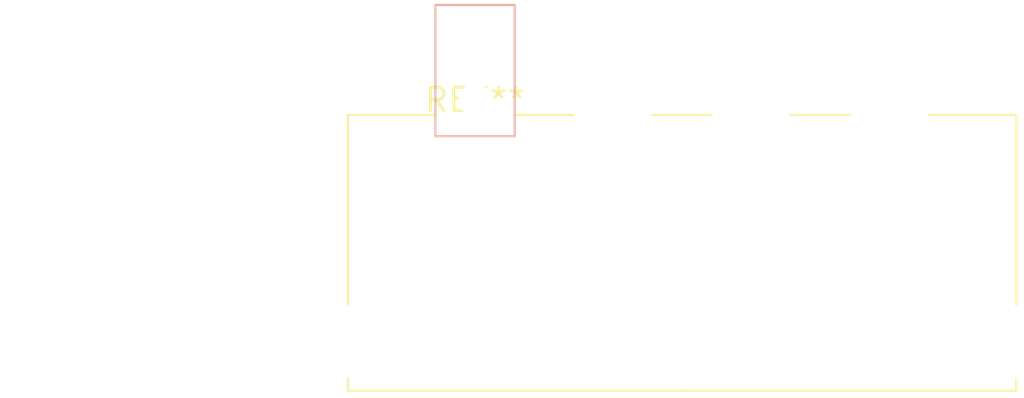
<source format=kicad_pcb>
(kicad_pcb (version 20240108) (generator pcbnew)
  (layers (0 "F.Cu" signal) (31 "B.Cu" signal) (34 "B.Paste" user) (35 "F.Paste" user) (36 "B.SilkS" user "B.Silkscreen") (37 "F.SilkS" user "F.Silkscreen") (38 "B.Mask" user) (39 "F.Mask" user) (44 "Edge.Cuts" user))
  (net 0 "")
  (footprint "Molex_Sabre_43160-1104_1x04_P7.49mm_Horizontal" (layer "F.Cu") (at 0 0)
    (property "Reference" "REF**")
    (property "Value" "Molex_Sabre_43160-1104_1x04_P7.49mm_Horizontal")
    (fp_line (start -2.15 -5.155) (end -2.15 1.975) (layer "B.SilkS") (stroke (width 0.12)))
    (fp_line (start -2.15 1.975) (end 2.15 1.975) (layer "B.SilkS") (stroke (width 0.12)))
    (fp_line (start 2.15 -5.155) (end -2.15 -5.155) (layer "B.SilkS") (stroke (width 0.12)))
    (fp_line (start 2.15 1.975) (end 2.15 -5.155) (layer "B.SilkS") (stroke (width 0.12)))
    (fp_line (start -6.9 0.815) (end -6.9 11.13) (layer "F.SilkS") (stroke (width 0.12)))
    (fp_line (start -6.9 15.13) (end -6.9 15.795) (layer "F.SilkS") (stroke (width 0.12)))
    (fp_line (start -6.9 15.795) (end 11.235 15.795) (layer "F.SilkS") (stroke (width 0.12)))
    (fp_line (start -2.15 0.815) (end -6.9 0.815) (layer "F.SilkS") (stroke (width 0.12)))
    (fp_line (start -2.15 0.815) (end -2.15 -4.895) (layer "F.SilkS") (stroke (width 0.12)))
    (fp_line (start 2.15 0.815) (end 5.34 0.815) (layer "F.SilkS") (stroke (width 0.12)))
    (fp_line (start 9.64 0.815) (end 12.83 0.815) (layer "F.SilkS") (stroke (width 0.12)))
    (fp_line (start 17.13 0.815) (end 20.32 0.815) (layer "F.SilkS") (stroke (width 0.12)))
    (fp_line (start 24.62 0.815) (end 29.37 0.815) (layer "F.SilkS") (stroke (width 0.12)))
    (fp_line (start 29.37 0.815) (end 29.37 11.13) (layer "F.SilkS") (stroke (width 0.12)))
    (fp_line (start 29.37 15.13) (end 29.37 15.795) (layer "F.SilkS") (stroke (width 0.12)))
    (fp_line (start 29.37 15.795) (end 11.235 15.795) (layer "F.SilkS") (stroke (width 0.12)))
    (pad "" thru_hole circle (at -4.75 13.13) (size 4 4) (drill 3) (layers *.Cu *.Mask) (remove_unused_layers))
    (pad "" thru_hole circle (at 27.22 13.13) (size 4 4) (drill 3) (layers *.Cu *.Mask) (remove_unused_layers))
    (pad "1" thru_hole rect (at 0 -3.18) (size 3.78 3.43) (drill 1.78) (layers *.Cu *.Mask) (remove_unused_layers))
    (pad "1" thru_hole rect (at 0 0) (size 3.78 3.43) (drill 1.78) (layers *.Cu *.Mask) (remove_unused_layers))
    (pad "2" thru_hole rect (at 7.49 -3.18) (size 3.78 3.43) (drill 1.78) (layers *.Cu *.Mask) (remove_unused_layers))
    (pad "2" thru_hole rect (at 7.49 0) (size 3.78 3.43) (drill 1.78) (layers *.Cu *.Mask) (remove_unused_layers))
    (pad "3" thru_hole rect (at 14.98 -3.18) (size 3.78 3.43) (drill 1.78) (layers *.Cu *.Mask) (remove_unused_layers))
    (pad "3" thru_hole rect (at 14.98 0) (size 3.78 3.43) (drill 1.78) (layers *.Cu *.Mask) (remove_unused_layers))
    (pad "4" thru_hole rect (at 22.47 -3.18) (size 3.78 3.43) (drill 1.78) (layers *.Cu *.Mask) (remove_unused_layers))
    (pad "4" thru_hole rect (at 22.47 0) (size 3.78 3.43) (drill 1.78) (layers *.Cu *.Mask) (remove_unused_layers))
  )
)
</source>
